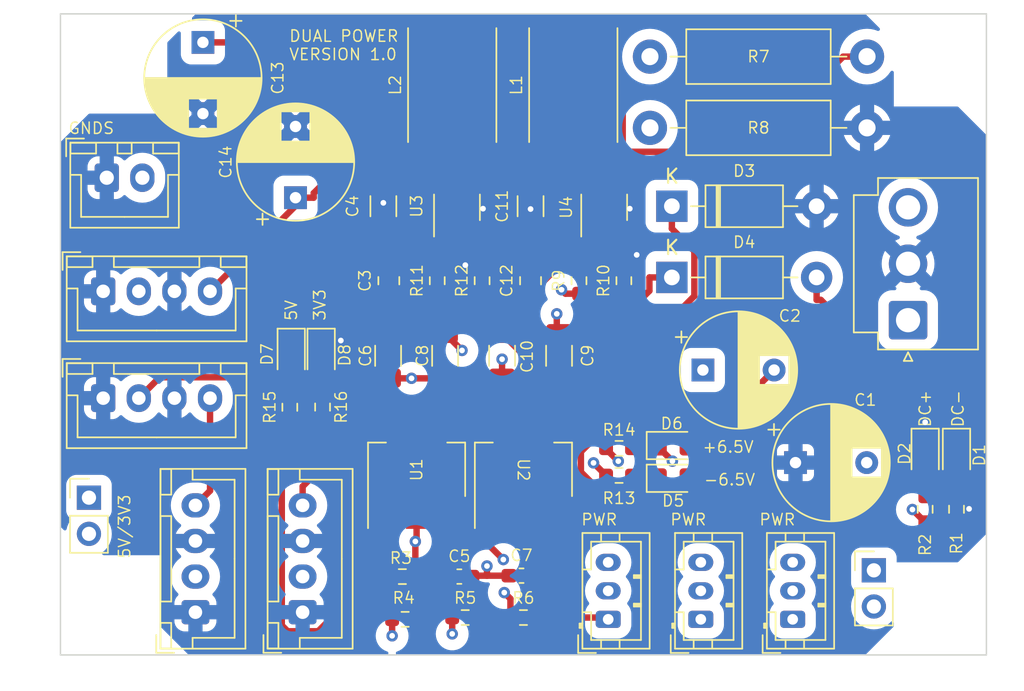
<source format=kicad_pcb>
(kicad_pcb (version 20221018) (generator pcbnew)
  (layers (0 "F.Cu" signal) (1 "In1.Cu" signal) (2 "In2.Cu" signal) (31 "B.Cu" signal) (34 "B.Paste" user) (35 "F.Paste" user) (36 "B.SilkS" user "B.Silkscreen") (37 "F.SilkS" user "F.Silkscreen") (38 "B.Mask" user) (39 "F.Mask" user) (44 "Edge.Cuts" user))
  (net 0 "")
  (net 1 "PGND")
  (net 2 "Net-(D1-A)")
  (net 3 "Net-(D2-A)")
  (net 4 "Net-(U1-ADJ)")
  (net 5 "Net-(U2-ADJ)")
  (net 6 "RECT_POS")
  (net 7 "RECT_NEG")
  (net 8 "DC_NEG")
  (net 9 "DC_POS")
  (net 10 "VP")
  (net 11 "VN")
  (net 12 "Net-(U4-SW)")
  (net 13 "Net-(U4-CB)")
  (net 14 "5V")
  (net 15 "FB")
  (net 16 "Net-(U3-CB)")
  (net 17 "Net-(U3-SW)")
  (net 18 "3V3")
  (net 19 "Net-(D5-A)")
  (net 20 "Net-(D6-A)")
  (net 21 "Net-(D7-A)")
  (net 22 "Net-(D8-A)")
  (net 23 "AGND")
  (footprint "MountingHole:MountingHole_3.2mm_M3" (layer "F.Cu") (at 103.5 119.5)
    (fp_text reference "H4" hide)
    (fp_text value "MountingHole")
  )
  (footprint "Capacitor_THT:CP_Radial_D8.0mm_P5.00mm" (layer "F.Cu") (at 111 79 -90)
    (fp_text reference "C13")
    (fp_text value "680u")
  )
  (footprint "Resistor_SMD:R_0603_1608Metric_Pad0.98x0.95mm_HandSolder" (layer "F.Cu") (at 161.7 111.775 90)
    (fp_text reference "R2")
    (fp_text value "3.3K")
  )
  (footprint "Resistor_SMD:R_0603_1608Metric_Pad0.98x0.95mm_HandSolder" (layer "F.Cu") (at 130.6 95.73 90)
    (fp_text reference "R12")
    (fp_text value "10k")
  )
  (footprint "Connector_JST:JST_PH_B3B-PH-K_1x03_P2.00mm_Vertical" (layer "F.Cu") (at 139.45 119.5 90)
    (fp_text reference "J3" hide)
    (fp_text value "Conn_01x03_Male")
  )
  (footprint "Resistor_SMD:R_0603_1608Metric_Pad0.98x0.95mm_HandSolder" (layer "F.Cu") (at 140.2125 107.5)
    (fp_text reference "R14")
    (fp_text value "1k")
  )
  (footprint "Resistor_SMD:R_0603_1608Metric_Pad0.98x0.95mm_HandSolder" (layer "F.Cu") (at 163.9 111.775 -90)
    (fp_text reference "R1")
    (fp_text value "3.3K")
  )
  (footprint "Capacitor_SMD:C_0805_2012Metric_Pad1.18x1.45mm_HandSolder" (layer "F.Cu") (at 124.05 95.73 90)
    (fp_text reference "C3")
    (fp_text value "0.1u")
  )
  (footprint "Connector_JST:JST_XH_B2B-XH-A_1x02_P2.50mm_Vertical" (layer "F.Cu") (at 104.25 88.5)
    (fp_text reference "J9" hide)
    (fp_text value "Conn_01x02_Pin")
  )
  (footprint "LED_SMD:LED_0805_2012Metric_Pad1.15x1.40mm_HandSolder" (layer "F.Cu") (at 144.0125 107.3)
    (fp_text reference "D6")
    (fp_text value "YELLOW")
  )
  (footprint "Resistor_SMD:R_0603_1608Metric_Pad0.98x0.95mm_HandSolder" (layer "F.Cu") (at 117.1 104.6125 -90)
    (fp_text reference "R15")
    (fp_text value "75R")
  )
  (footprint "MountingHole:MountingHole_3.2mm_M3" (layer "F.Cu") (at 163.5 79.5)
    (fp_text reference "H1" hide)
    (fp_text value "MountingHole")
  )
  (footprint "Capacitor_THT:CP_Radial_D8.0mm_P5.00mm" (layer "F.Cu") (at 117.5 89.9027 90)
    (fp_text reference "C14")
    (fp_text value "680u")
  )
  (footprint "Resistor_THT:R_Axial_DIN0411_L9.9mm_D3.6mm_P15.24mm_Horizontal" (layer "F.Cu") (at 142.38 80)
    (fp_text reference "R7")
    (fp_text value "360R 2W")
  )
  (footprint "Resistor_SMD:R_0603_1608Metric_Pad0.98x0.95mm_HandSolder" (layer "F.Cu") (at 125.195 119.5 180)
    (fp_text reference "R4")
    (fp_text value "510R")
  )
  (footprint "Inductor_SMD:L_Taiyo-Yuden_NR-60xx_HandSoldering" (layer "F.Cu") (at 128.5 82 90)
    (fp_text reference "L2")
    (fp_text value "10uH")
  )
  (footprint "Connector_JST:JST_XH_B4B-XH-A_1x04_P2.50mm_Vertical" (layer "F.Cu") (at 118 119 90)
    (fp_text reference "J7" hide)
    (fp_text value "Conn_01x04_Pin")
  )
  (footprint "Connector_JST:JST_PH_B3B-PH-K_1x03_P2.00mm_Vertical" (layer "F.Cu") (at 145.95 119.5 90)
    (fp_text reference "J4" hide)
    (fp_text value "Conn_01x03_Male")
  )
  (footprint "Capacitor_THT:CP_Radial_D8.0mm_P5.00mm" (layer "F.Cu") (at 146.0973 102)
    (fp_text reference "C2")
    (fp_text value "680u")
  )
  (footprint "Connector_JST:JST_PH_B3B-PH-K_1x03_P2.00mm_Vertical" (layer "F.Cu") (at 152.4 119.5 90)
    (fp_text reference "J5" hide)
    (fp_text value "Conn_01x03_Male")
  )
  (footprint "Capacitor_SMD:C_1206_3216Metric_Pad1.33x1.80mm_HandSolder" (layer "F.Cu") (at 136 101 90)
    (fp_text reference "C9")
    (fp_text value "10u")
  )
  (footprint "MountingHole:MountingHole_3.2mm_M3" (layer "F.Cu") (at 103.5 79.5)
    (fp_text reference "H2" hide)
    (fp_text value "MountingHole")
  )
  (footprint "LED_SMD:LED_0805_2012Metric_Pad1.15x1.40mm_HandSolder" (layer "F.Cu") (at 119.3 100.955 -90)
    (fp_text reference "D8")
    (fp_text value "YELLOW")
  )
  (footprint "Capacitor_SMD:C_1206_3216Metric_Pad1.33x1.80mm_HandSolder" (layer "F.Cu") (at 123.6667 90.5 90)
    (fp_text reference "C4")
    (fp_text value "10U")
  )
  (footprint "Resistor_SMD:R_0603_1608Metric_Pad0.98x0.95mm_HandSolder" (layer "F.Cu") (at 127.45 95.73 90)
    (fp_text reference "R11")
    (fp_text value "23.7")
  )
  (footprint "Diode_THT:D_DO-41_SOD81_P10.16mm_Horizontal" (layer "F.Cu") (at 143.92 95.5)
    (fp_text reference "D4")
    (fp_text value "10V")
  )
  (footprint "Resistor_SMD:R_0603_1608Metric_Pad0.98x0.95mm_HandSolder" (layer "F.Cu") (at 140.2125 109.4)
    (fp_text reference "R13")
    (fp_text value "1.25k")
  )
  (footprint "Resistor_SMD:R_0603_1608Metric_Pad0.98x0.95mm_HandSolder" (layer "F.Cu") (at 133.5 119.375 180)
    (fp_text reference "R6")
    (fp_text value "120R")
  )
  (footprint "Package_TO_SOT_SMD:SOT-223-3_TabPin2" (layer "F.Cu") (at 133.5 109 90)
    (fp_text reference "U2")
    (fp_text value "LM337_SOT223")
  )
  (footprint "Resistor_SMD:R_0603_1608Metric_Pad0.98x0.95mm_HandSolder" (layer "F.Cu") (at 119.4 104.6 -90)
    (fp_text reference "R16")
    (fp_text value "750R")
  )
  (footprint "Inductor_SMD:L_Taiyo-Yuden_NR-60xx_HandSoldering" (layer "F.Cu") (at 137 82 90)
    (fp_text reference "L1")
    (fp_text value "15uH")
  )
  (footprint "Resistor_SMD:R_0603_1608Metric_Pad0.98x0.95mm_HandSolder" (layer "F.Cu") (at 129.4125 119.375 180)
    (fp_text reference "R5")
    (fp_text value "510R")
  )
  (footprint "Capacitor_THT:CP_Radial_D8.0mm_P5.00mm" (layer "F.Cu") (at 152.5973 108.5)
    (fp_text reference "C1")
    (fp_text value "680u")
  )
  (footprint "Connector_PinHeader_2.54mm:PinHeader_1x02_P2.54mm_Vertical" (layer "F.Cu") (at 158.1 116.06)
    (fp_text reference "J11" hide)
    (fp_text value "Conn_01x02_Pin")
  )
  (footprint "Connector_PinHeader_2.54mm:PinHeader_1x02_P2.54mm_Vertical" (layer "F.Cu") (at 103 110.96)
    (fp_text reference "J10" hide)
    (fp_text value "Conn_01x02_Pin")
  )
  (footprint "Resistor_SMD:R_0603_1608Metric_Pad0.98x0.95mm_HandSolder" (layer "F.Cu") (at 137.4 95.73 90)
    (fp_text reference "R9")
    (fp_text value "40.2k")
  )
  (footprint "Connector_JST:JST_XH_B4B-XH-A_1x04_P2.50mm_Vertical" (layer "F.Cu") (at 104 96.475)
    (fp_text reference "J8" hide)
    (fp_text value "Conn_01x04_Pin")
  )
  (footprint "Package_TO_SOT_SMD:SOT-23-6_Handsoldering" (layer "F.Cu") (at 139.1667 90.58 90)
    (fp_text reference "U4")
    (fp_text value "LMR50410XDBVR")
  )
  (footprint "LED_SMD:LED_0805_2012Metric_Pad1.15x1.40mm_HandSolder" (layer "F.Cu") (at 144.0125 109.6)
    (fp_text reference "D5")
    (fp_text value "BLUE")
  )
  (footprint "Capacitor_SMD:C_0603_1608Metric_Pad1.08x0.95mm_HandSolder" (layer "F.Cu") (at 133.3625 116.4375)
    (fp_text reference "C7")
    (fp_text value "0.1U")
  )
  (footprint "LED_SMD:LED_0805_2012Metric_Pad1.15x1.40mm_HandSolder" (layer "F.Cu") (at 117.2 100.955 -90)
    (fp_text reference "D7")
    (fp_text value "BLUE")
  )
  (footprint "Connector_JST:JST_XH_B4B-XH-A_1x04_P2.50mm_Vertical" (layer "F.Cu") (at 104 103.975)
    (fp_text reference "J2" hide)
    (fp_text value "Conn_01x04_Pin")
  )
  (footprint "LED_SMD:LED_0805_2012Metric_Pad1.15x1.40mm_HandSolder" (layer "F.Cu") (at 163.9 107.975 -90)
    (fp_text reference "D1")
    (fp_text value "BLUE")
  )
  (footprint "Resistor_SMD:R_0603_1608Metric_Pad0.98x0.95mm_HandSolder" (layer "F.Cu") (at 125 116.5 180)
    (fp_text reference "R3")
    (fp_text value "120R")
  )
  (footprint "Resistor_THT:R_Axial_DIN0411_L9.9mm_D3.6mm_P15.24mm_Horizontal" (layer "F.Cu") (at 142.38 85)
    (fp_text reference "R8")
    (fp_text value "360R 2W")
  )
  (footprint "Capacitor_SMD:C_1206_3216Metric_Pad1.33x1.80mm_HandSolder" (layer "F.Cu") (at 134 90.5 -90)
    (fp_text reference "C11")
    (fp_text value "10U")
  )
  (footprint "Capacitor_SMD:C_1206_3216Metric_Pad1.33x1.80mm_HandSolder" (layer "F.Cu") (at 124 101 -90)
    (fp_text reference "C6")
    (fp_text value "47U")
  )
  (footprint "Connector_JST:JST_XH_B4B-XH-A_1x04_P2.50mm_Vertical" (layer "F.Cu") (at 110.475 119 90)
    (fp_text reference "J6" hide)
    (fp_text value "Conn_01x04_Pin")
  )
  (footprint "Package_TO_SOT_SMD:SOT-23-6_Handsoldering" (layer "F.Cu") (at 128.8333 90.58 90)
    (fp_text reference "U3")
    (fp_text value "LMR50410XDBVR")
  )
  (footprint "Resistor_SMD:R_0603_1608Metric_Pad0.98x0.95mm_HandSolder" (layer "F.Cu") (at 140.55 95.73 90)
    (fp_text reference "R10")
    (fp_text value "10k")
  )
  (footprint "Diode_THT:D_DO-41_SOD81_P10.16mm_Horizontal" (layer "F.Cu") (at 143.92 90.5)
    (fp_text reference "D3")
    (fp_text value "10V")
  )
  (footprint "Capacitor_SMD:C_0603_1608Metric_Pad1.08x0.95mm_HandSolder" (layer "F.Cu") (at 129 116.5)
    (fp_text reference "C5")
    (fp_text value "0.1U")
  )
  (footprint "Capacitor_SMD:C_0805_2012Metric_Pad1.18x1.45mm_HandSolder" (layer "F.Cu") (at 134 95.73 90)
    (fp_text reference "C12")
    (fp_text value "0.1u")
  )
  (footprint "MountingHole:MountingHole_3.2mm_M3" (layer "F.Cu") (at 163.5 119.5)
    (fp_text reference "H3" hide)
    (fp_text value "MountingHole")
  )
  (footprint "Capacitor_SMD:C_1206_3216Metric_Pad1.33x1.80mm_HandSolder" (layer "F.Cu") (at 132 101 90)
    (fp_text reference "C10")
    (fp_text value "10u")
  )
  (footprint "Package_TO_SOT_SMD:SOT-223-3_TabPin2" (layer "F.Cu") (at 126 109 90)
    (fp_text reference "U1")
    (fp_text value "LM317_SOT-223")
  )
  (footprint "Connector_JST:JST_VH_B3P-VH_1x03_P3.96mm_Vertical" (layer "F.Cu") (at 160.5 98.5 90)
    (fp_text reference "J1" hide)
    (fp_text value "Conn_01x03_Male")
  )
  (footprint "LED_SMD:LED_0805_2012Metric_Pad1.15x1.40mm_HandSolder" (layer "F.Cu") (at 161.7 107.975 -90)
    (fp_text reference "D2")
    (fp_text value "YELLOW")
  )
  (footprint "Capacitor_SMD:C_1206_3216Metric_Pad1.33x1.80mm_HandSolder" (layer "F.Cu") (at 128 101 90)
    (fp_text reference "C8")
    (fp_text value "47U")
  )
  (gr_line (start 166 77) (end 101 77) (stroke (width 0.1)) (layer "Edge.Cuts"))
  (gr_line (start 101 77) (end 101 122) (stroke (width 0.1)) (layer "Edge.Cuts"))
  (gr_line (start 166 77) (end 166 122) (stroke (width 0.1)) (layer "Edge.Cuts"))
  (gr_line (start 101 122) (end 166 122) (stroke (width 0.1)) (layer "Edge.Cuts"))
  (gr_text "3V3" (at 119.2 98.6 90) (layer "F.SilkS") (effects (font (size 0.8 0.8) (thickness 0.1)) (justify left)))
  (gr_text "DUAL POWER\nVERSION 1.0" (at 117 79.2) (layer "F.SilkS") (effects (font (size 0.8 0.8) (thickness 0.1)) (justify left)))
  (gr_text "PWR\n" (at 150 112.5) (layer "F.SilkS") (effects (font (size 0.8 0.8) (thickness 0.1)) (justify left)))
  (gr_text "PWR\n" (at 137.5 112.5) (layer "F.SilkS") (effects (font (size 0.8 0.8) (thickness 0.1)) (justify left)))
  (gr_text "5V/3V3" (at 105.5 115.3 90) (layer "F.SilkS") (effects (font (size 0.8 0.8) (thickness 0.1)) (justify left)))
  (gr_text "PWR\n" (at 143.75 112.5) (layer "F.SilkS") (effects (font (size 0.8 0.8) (thickness 0.1)) (justify left)))
  (gr_text "-6.5V" (at 146.1125 109.7) (layer "F.SilkS") (effects (font (size 0.8 0.8) (thickness 0.1)) (justify left)))
  (gr_text "DC+" (at 161.7 106.075 90) (layer "F.SilkS") (effects (font (size 0.8 0.8) (thickness 0.1)) (justify left)))
  (gr_text "+6.5V" (at 146.0125 107.4) (layer "F.SilkS") (effects (font (size 0.8 0.8) (thickness 0.1)) (justify left)))
  (gr_text "5V" (at 117.2 98.6 90) (layer "F.SilkS") (effects (font (size 0.8 0.8) (thickness 0.1)) (justify left)))
  (gr_text "DC-" (at 164 106.075 90) (layer "F.SilkS") (effects (font (size 0.8 0.8) (thickness 0.1)) (justify left)))
  (gr_text "GNDS" (at 101.5 85.025) (layer "F.SilkS") (effects (font (size 0.8 0.8) (thickness 0.1)) (justify left)))
  (segment (start 164.7821 111.7446) (end 163.9 110.8625) (width 0.45) (layer "F.Cu") (net 1))
  (segment (start 161.7 106.95) (end 161.7 105.6657) (width 0.45) (layer "F.Cu") (net 1))
  (segment (start 134 92.0625) (end 134 90.6988) (width 0.45) (layer "F.Cu") (net 1))
  (segment (start 141.4506 93.9169) (end 140.55 94.8175) (width 0.45) (layer "F.Cu") (net 1))
  (segment (start 139.1667 91.93) (end 139.1667 90.6731) (width 0.45) (layer "F.Cu") (net 1))
  (segment (start 128.8333 91.93) (end 128.8333 90.6731) (width 0.45) (layer "F.Cu") (net 1))
  (segment (start 119.3 99.93) (end 117.2 99.93) (width 0.45) (layer "F.Cu") (net 1))
  (segment (start 130.661 90.6731) (end 128.8333 90.6731) (width 0.45) (layer "F.Cu") (net 1))
  (segment (start 140.9648 90.6731) (end 139.1667 90.6731) (width 0.45) (layer "F.Cu") (net 1))
  (segment (start 130.4186 94.6361) (end 129.4207 94.6361) (width 0.45) (layer "F.Cu") (net 1))
  (segment (start 119.3 99.93) (end 120.6814 99.93) (width 0.45) (layer "F.Cu") (net 1))
  (segment (start 130.6 94.8175) (end 130.4186 94.6361) (width 0.45) (layer "F.Cu") (net 1))
  (segment (start 123.6667 88.9375) (end 123.6667 90.2652) (width 0.45) (layer "F.Cu") (net 1))
  (via (at 129.4207 94.6361) (size 0.8) (drill 0.4) (layers "F.Cu" "B.Cu") (net 1))
  (via (at 130.661 90.6731) (size 0.8) (drill 0.4) (layers "F.Cu" "B.Cu") (net 1))
  (via (at 161.7 105.6657) (size 0.8) (drill 0.4) (layers "F.Cu" "B.Cu") (net 1))
  (via (at 141.4506 93.9169) (size 0.8) (drill 0.4) (layers "F.Cu" "B.Cu") (net 1))
  (via (at 164.7821 111.7446) (size 0.8) (drill 0.4) (layers "F.Cu" "B.Cu") (net 1))
  (via (at 134 90.6988) (size 0.8) (drill 0.4) (layers "F.Cu" "B.Cu") (net 1))
  (via (at 140.9648 90.6731) (size 0.8) (drill 0.4) (layers "F.Cu" "B.Cu") (net 1))
  (via (at 123.6667 90.2652) (size 0.8) (drill 0.4) (layers "F.Cu" "B.Cu") (net 1))
  (via (at 120.6814 99.93) (size 0.8) (drill 0.4) (layers "F.Cu" "B.Cu") (net 1))
  (segment (start 163.9 109) (end 162.9456 109.9544) (width 0.45) (layer "F.Cu") (net 2))
  (segment (start 162.9456 111.7331) (end 163.9 112.6875) (width 0.45) (layer "F.Cu") (net 2))
  (segment (start 162.9456 109.9544) (end 162.9456 111.7331) (width 0.45) (layer "F.Cu") (net 2))
  (segment (start 161.7 109) (end 161.7 110.8625) (width 0.45) (layer "F.Cu") (net 3))
  (segment (start 123.7 116.1125) (end 124.0875 116.5) (width 0.45) (layer "F.Cu") (net 4))
  (segment (start 123.7 112.15) (end 123.7 116.1125) (width 0.45) (layer "F.Cu") (net 4))
  (segment (start 124.0876 116.5) (end 124.0875 116.5) (width 0.45) (layer "F.Cu") (net 4))
  (segment (start 124.0876 117.4801) (end 124.0876 116.5) (width 0.45) (layer "F.Cu") (net 4))
  (segment (start 126.1075 119.5) (end 124.0876 117.4801) (width 0.45) (layer "F.Cu") (net 4))
  (segment (start 132.5875 118.0571) (end 132.5875 119.375) (width 0.45) (layer "F.Cu") (net 5))
  (segment (start 132.5875 119.375) (end 130.325 119.375) (width 0.45) (layer "F.Cu") (net 5))
  (segment (start 131.2 112.15) (end 131.2 114.417) (width 0.45) (layer "F.Cu") (net 5))
  (segment (start 132.1537 117.6233) (end 132.5875 118.0571) (width 0.45) (layer "F.Cu") (net 5))
  (segment (start 131.2 114.417) (end 132.0878 115.3048) (width 0.45) (layer "F.Cu") (net 5))
  (via (at 132.0878 115.3048) (size 0.8) (drill 0.4) (layers "F.Cu" "B.Cu") (net 5))
  (via (at 132.1537 117.6233) (size 0.8) (drill 0.4) (layers "F.Cu" "B.Cu") (net 5))
  (segment (start 145.4969 93.6538) (end 143.92 92.0769) (width 0.45) (layer "F.Cu") (net 6))
  (segment (start 128.1375 113.7894) (end 128.3 113.6269) (width 0.45) (layer "F.Cu") (net 6))
  (segment (start 128.3 112.15) (end 128.3 107.4731) (width 0.45) (layer "F.Cu") (net 6))
  (segment (start 134.3994 104.1631) (end 136 102.5625) (width 0.45) (layer "F.Cu") (net 6))
  (segment (start 143.92 90.5) (end 143.92 92.0769) (width 0.45) (layer "F.Cu") (net 6))
  (segment (start 128.3 107.4731) (end 131.61 104.1631) (width 0.45) (layer "F.Cu") (net 6))
  (segment (start 139.7389 102.5625) (end 145.4969 96.8045) (width 0.45) (layer "F.Cu") (net 6))
  (segment (start 131.61 104.1631) (end 134.3994 104.1631) (width 0.45) (layer "F.Cu") (net 6))
  (segment (start 145.4969 96.8045) (end 145.4969 93.6538) (width 0.45) (layer "F.Cu") (net 6))
  (segment (start 128.1375 116.5) (end 128.1375 113.7894) (width 0.45) (layer "F.Cu") (net 6))
  (segment (start 128.3 112.15) (end 128.3 113.6269) (width 0.45) (layer "F.Cu") (net 6))
  (segment (start 136 102.5625) (end 139.7389 102.5625) (width 0.45) (layer "F.Cu") (net 6))
  (segment (start 134.225 116.4375) (end 134.225 114.3519) (width 0.45) (layer "F.Cu") (net 7))
  (segment (start 151.0973 102) (end 148.9389 104.1584) (width 0.45) (layer "F.Cu") (net 7))
  (segment (start 142.3431 96.4398) (end 142.3431 95.5) (width 0.45) (layer "F.Cu") (net 7))
  (segment (start 133.8607 101.2982) (end 137.4847 101.2982) (width 0.45) (layer "F.Cu") (net 7))
  (segment (start 137.5685 104.1584) (end 135.8769 105.85) (width 0.45) (layer "F.Cu") (net 7))
  (segment (start 143.92 95.5) (end 142.3431 95.5) (width 0.45) (layer "F.Cu") (net 7))
  (segment (start 132 99.4375) (end 133.8607 101.2982) (width 0.45) (layer "F.Cu") (net 7))
  (segment (start 133.5 112.15) (end 133.5 113.6269) (width 0.45) (layer "F.Cu") (net 7))
  (segment (start 132.9058 105.85) (end 132.3116 105.85) (width 0.45) (layer "F.Cu") (net 7))
  (segment (start 137.4847 101.2982) (end 142.3431 96.4398) (width 0.45) (layer "F.Cu") (net 7))
  (segment (start 148.9389 104.1584) (end 137.5685 104.1584) (width 0.45) (layer "F.Cu") (net 7))
  (segment (start 134.225 114.3519) (end 133.5 113.6269) (width 0.45) (layer "F.Cu") (net 7))
  (segment (start 132.3116 105.85) (end 133.5 107.0384) (width 0.45) (layer "F.Cu") (net 7))
  (segment (start 133.5 107.0384) (end 133.5 112.15) (width 0.45) (layer "F.Cu") (net 7))
  (segment (start 132.9058 105.85) (end 133.5 105.85) (width 0.45) (layer "F.Cu") (net 7))
  (segment (start 133.5 105.85) (end 135.8769 105.85) (width 0.45) (layer "F.Cu") (net 7))
  (segment (start 135.8 119.375) (end 139.325 119.375) (width 0.45) (layer "F.Cu") (net 8))
  (segment (start 135.8 119.375) (end 135.8 113.6269) (width 0.45) (layer "F.Cu") (net 8))
  (segment (start 134.4125 119.375) (end 135.8 119.375) (width 0.45) (layer "F.Cu") (net 8))
  (segment (start 140.3452 112.2423) (end 142.9875 109.6) (width 0.45) (layer "F.Cu") (net 8))
  (segment (start 135.8 112.2423) (end 140.3452 112.2423) (width 0.45) (layer "F.Cu") (net 8))
  (segment (start 139.325 119.375) (end 139.45 119.5) (width 0.45) (layer "F.Cu") (net 8))
  (segment (start 135.8 112.15) (end 135.8 112.2423) (width 0.45) (layer "F.Cu") (net 8))
  (segment (start 135.8 112.2423) (end 135.8 113.6269) (width 0.45) (layer "F.Cu") (net 8))
  (segment (start 129.1875 100.625) (end 128 99.4375) (width 0.45) (layer "F.Cu") (net 8))
  (via (at 129.1875 100.625) (size 0.8) (drill 0.4) (layers "F.Cu" "B.Cu") (net 8))
  (segment (start 126 105.85) (end 124.6582 105.85) (width 0.45) (layer "F.Cu") (net 9))
  (segment (start 139.3 107.5374) (end 139.3 107.5) (width 0.45) (layer "F.Cu") (net 9))
  (segment (start 122.6173 100.8202) (end 124 99.4375) (width 0.45) (layer "F.Cu") (net 9))
  (segment (start 122.6173 103.8091) (end 122.6173 100.8202) (width 0.45) (layer "F.Cu") (net 9))
  (segment (start 126 112.15) (end 126 107.1918) (width 0.45) (layer "F.Cu") (net 9))
  (segment (start 126 107.1918) (end 124.6582 105.85) (width 0.45) (layer "F.Cu") (net 9))
  (segment (start 124.6582 105.85) (end 122.6173 103.8091) (width 0.45) (layer "F.Cu") (net 9))
  (segment (start 126 113.9458) (end 126 112.15) (width 0.45) (layer "F.Cu") (net 9))
  (segment (start 125.9125 114.0333) (end 125.9125 116.5) (width 0.45) (layer "F.Cu") (net 9))
  (segment (start 140.1602 108.3976) (end 139.3 107.5374) (width 0.45) (layer "F.Cu") (net 9))
  (segment (start 125.9125 114.0333) (end 126 113.9458) (width 0.45) (layer "F.Cu") (net 9))
  (via (at 140.1602 108.3976) (size 0.8) (drill 0.4) (layers "F.Cu" "B.Cu") (net 9))
  (via (at 125.9125 114.0333) (size 0.8) (drill 0.4) (layers "F.Cu" "B.Cu") (net 9))
  (segment (start 129.7833 89.23) (end 129.7833 88.9157) (width 0.45) (layer "F.Cu") (net 10))
  (segment (start 140.469 83.3754) (end 140.469 86.68) (width 0.45) (layer "F.Cu") (net 10))
  (segment (start 140.1188 83.0252) (end 140.469 83.3754) (width 0.45) (layer "F.Cu") (net 10))
  (segment (start 129.7833 88.9157) (end 129.7833 88.4002) (width 0.45) (layer "F.Cu") (net 10))
  (segment (start 127.3099 87.9731) (end 123.6667 91.6163) (width 0.45) (layer "F.Cu") (net 10))
  (segment (start 128.8333 87.9731) (end 127.3099 87.9731) (width 0.45) (layer "F.Cu") (net 10))
  (segment (start 140.1167 88.3658) (end 139.724 87.9731) (width 0.45) (layer "F.Cu") (net 10))
  (segment (start 128.8333 89.23) (end 128.8333 87.9731) (width 0.45) (layer "F.Cu") (net 10))
  (segment (start 140.1167 89.23) (end 140.1167 88.6015) (width 0.45) (layer "F.Cu") (net 10))
  (segment (start 155.9431 80) (end 149.2631 86.68) (width 0.45) (layer "F.Cu") (net 10))
  (segment (start 149.2631 86.68) (end 140.469 86.68) (width 0.45) (layer "F.Cu") (net 10))
  (segment (start 133.8546 83.0252) (end 140.1188 83.0252) (width 0.45) (layer "F.Cu") (net 10))
  (segment (start 140.469 86.68) (end 140.469 87.6208) (width 0.45) (layer "F.Cu") (net 10))
  (segment (start 140.1167 88.3658) (end 140.1167 87.9731) (width 0.45) (layer "F.Cu") (net 10))
  (segment (start 123.6667 91.6163) (end 123.6667 92.0625) (width 0.45) (layer "F.Cu") (net 10))
  (segment (start 139.724 87.9731) (end 139.1667 87.9731) (width 0.45) (layer "F.Cu") (net 10))
  (segment (start 139.1667 89.23) (end 139.1667 87.9731) (width 0.45) (layer "F.Cu") (net 10))
  (segment (start 129.3562 87.9731) (end 128.8333 87.9731) (width 0.45) (layer "F.Cu") (net 10))
  (segment (start 129.7833 88.9157) (end 133.5094 88.9157) (width 0.45) (layer "F.Cu") (net 10))
  (segment (start 133.5094 88.9157) (end 133.5094 83.3704) (width 0.45) (layer "F.Cu") (net 10))
  (segment (start 157.62 80) (end 155.9431 80) (width 0.45) (layer "F.Cu") (net 10))
  (segment (start 133.5094 83.3704) (end 133.8546 83.0252) (width 0.45) (layer "F.Cu") (net 10))
  (segment (start 140.1167 88.6015) (end 140.1167 88.3658) (width 0.45) (layer "F.Cu") (net 10))
  (segment (start 140.469 87.6208) (end 140.1167 87.9731) (width 0.45) (layer "F.Cu") (net 10))
  (segment (start 129.7833 88.4002) (end 129.3562 87.9731) (width 0.45) (layer "F.Cu") (net 10))
  (segment (start 133.9782 88.9157) (end 134 88.9375) (width 0.45) (layer "F.Cu") (net 10))
  (segment (start 133.5094 88.9157) (end 133.9782 88.9157) (width 0.45) (layer "F.Cu") (net 10))
  (segment (start 161.7 112.6875) (end 160.8041 111.7916) (width 0.45) (layer "F.Cu") (net 10))
  (via (at 160.8041 111.7916) (size 0.8) (drill 0.4) (layers "F.Cu" "B.Cu") (net 10))
  (segment (start 163.8999 106.6011) (end 163.8999 106.95) (width 0.45) (layer "F.Cu") (net 11))
  (segment (start 163.8999 106.95) (end 163.9 106.95) (width 0.45) (layer "F.Cu") (net 11))
  (segment (start 154.08 97.0769) (end 154.3757 97.0769) (width 0.45) (layer "F.Cu") (net 11))
  (segment (start 154.3757 97.0769) (end 163.8999 106.6011) (width 0.45) (layer "F.Cu") (net 11))
  (segment (start 154.08 95.5) (end 154.08 97.0769) (width 0.45) (layer "F.Cu") (net 11))
  (segment (start 137 86.7564) (end 137 84.775) (width 0.45) (layer "F.Cu") (net 12))
  (segment (start 138.2167 87.9731) (end 137 86.7564) (width 0.45) (layer "F.Cu") (net 12))
  (segment (start 135.4774 93.2151) (end 134 94.6925) (width 0.45) (layer "F.Cu") (net 12))
  (segment (start 135.4774 91.655) (end 135.4774 93.2151) (width 0.45) (layer "F.Cu") (net 12))
  (segment (start 138.2167 88.9157) (end 135.4774 91.655) (width 0.45) (layer "F.Cu") (net 12))
  (segment (start 138.2167 88.9157) (end 138.2167 87.9731) (width 0.45) (layer "F.Cu") (net 12))
  (segment (start 138.2167 89.23) (end 138.2167 88.9157) (width 0.45) (layer "F.Cu") (net 12))
  (segment (start 138.2167 93.1869) (end 137.4977 93.1869) (width 0.45) (layer "F.Cu") (net 13))
  (segment (start 138.2167 91.93) (end 138.2167 93.1869) (width 0.45) (layer "F.Cu") (net 13))
  (segment (start 134 96.6846) (end 134 96.7675) (width 0.45) (layer "F.Cu") (net 13))
  (segment (start 137.4977 93.1869) (end 134 96.6846) (width 0.45) (layer "F.Cu") (net 13))
  (segment (start 118 111.5) (end 118 110.1731) (width 0.45) (layer "F.Cu") (net 14))
  (segment (start 137 79.225) (end 137 80.9269) (width 0.45) (layer "F.Cu") (net 14))
  (segment (start 117.5 90.475) (end 111.5 96.475) (width 0.45) (layer "F.Cu") (net 14))
  (segment (start 127.4335 80.9269) (end 118.7769 89.5835) (width 0.45) (layer "F.Cu") (net 14))
  (segment (start 137.4 96.6425) (end 136.4528 96.6425) (width 0.45) (layer "F.Cu") (net 14))
  (segment (start 136.4528 96.6425) (end 136.1725 96.3622) (width 0.45) (layer "F.Cu") (net 14))
  (segment (start 118 110.1731) (end 120.3528 107.8203) (width 0.45) (layer "F.Cu") (net 14))
  (segment (start 117.5 89.9027) (end 117.5 90.475) (width 0.45) (layer "F.Cu") (net 14))
  (segment (start 120.3528 104.6403) (end 119.4 103.6875) (width 0.45) (layer "F.Cu") (net 14))
  (segment (start 111.5 110.475) (end 110.475 111.5) (width 0.45) (layer "F.Cu") (net 14))
  (segment (start 120.3528 107.8203) (end 120.3528 104.6403) (width 0.45) (layer "F.Cu") (net 14))
  (segment (start 137 80.9269) (end 127.4335 80.9269) (width 0.45) (layer "F.Cu") (net 14))
  (segment (start 111.5 103.975) (end 111.5 110.475) (width 0.45) (layer "F.Cu") (net 14))
  (segment (start 117.5 89.9027) (end 118.7769 89.9027) (width 0.45) (layer "F.Cu") (net 14))
  (segment (start 118.7769 89.5835) (end 118.7769 89.9027) (width 0.45) (layer "F.Cu") (net 14))
  (via (at 136.1725 96.3622) (size 0.8) (drill 0.4) (layers "F.Cu" "B.Cu") (net 14))
  (segment (start 131.3453 96.6425) (end 133.4992 98.7964) (width 0.45) (layer "F.Cu") (net 15))
  (segment (start 138.725 94.5786) (end 140.1167 93.1869) (width 0.45) (layer "F.Cu") (net 15))
  (segment (start 128.1435 94.651) (end 130.1349 96.6425) (width 0.45) (layer "F.Cu") (net 15))
  (segment (start 140.1167 91.93) (end 140.1167 93.1869) (width 0.45) (layer "F.Cu") (net 15))
  (segment (start 138.725 94.8175) (end 138.725 94.5786) (width 0.45) (layer "F.Cu") (net 15))
  (segment (start 130.1349 96.6425) (end 130.6 96.6425) (width 0.45) (layer "F.Cu") (net 15))
  (segment (start 140.55 96.6425) (end 138.725 94.8175) (width 0.45) (layer "F.Cu") (net 15))
  (segment (start 133.4992 99.1017) (end 134.9845 100.587) (width 0.45) (layer "F.Cu") (net 15))
  (segment (start 127.45 94.8175) (end 127.6165 94.651) (width 0.45) (layer "F.Cu") (net 15))
  (segment (start 130.6 96.6425) (end 131.3453 96.6425) (width 0.45) (layer "F.Cu") (net 15))
  (segment (start 129.6076 93.1869) (end 128.1435 94.651) (width 0.45) (layer "F.Cu") (net 15))
  (segment (start 140.55 96.9799) (end 140.55 96.6425) (width 0.45) (layer "F.Cu") (net 15))
  (segment (start 136.9429 100.587) (end 140.55 96.9799) (width 0.45) (layer "F.Cu") (net 15))
  (segment (start 133.4992 98.7964) (end 133.4992 99.1017) (width 0.45) (layer "F.Cu") (net 15))
  (segment (start 128.1434 94.651) (end 128.1435 94.651) (width 0.45) (layer "F.Cu") (net 15))
  (segment (start 129.7833 91.93) (end 129.7833 93.1869) (width 0.45) (layer "F.Cu") (net 15))
  (segment (start 138.725 94.8175) (end 137.4 94.8175) (width 0.45) (layer "F.Cu") (net 15))
  (segment (start 134.9845 100.587) (end 136.9429 100.587) (width 0.45) (layer "F.Cu") (net 15))
  (segment (start 129.7833 93.1869) (end 129.6076 93.1869) (width 0.45) (layer "F.Cu") (net 15))
  (segment (start 127.6165 94.651) (end 128.1434 94.651) (width 0.45) (layer "F.Cu") (net 15))
  (segment (start 127.4933 93.1869) (end 127.8833 93.1869) (width 0.45) (layer "F.Cu") (net 16))
  (segment (start 124.05 96.6302) (end 127.4933 93.1869) (width 0.45) (layer "F.Cu") (net 16))
  (segment (start 127.8833 91.93) (end 127.8833 93.1869) (width 0.45) (layer "F.Cu") (net 16))
  (segment (start 124.05 96.7675) (end 124.05 96.6302) (width 0.45) (layer "F.Cu") (net 16))
  (segment (start 124.05 93.9192) (end 123.3849 93.9192) (width 0.45) (layer "F.Cu") (net 17))
  (segment (start 127.8833 89.23) (end 127.8833 90.4869) (width 0.45) (layer "F.Cu") (net 17))
  (segment (start 123.3849 93.9192) (end 122.253 92.7873) (width 0.45) (layer "F.Cu") (net 17))
  (segment (start 127.4823 90.4869) (end 124.05 93.9192) (width 0.45) (layer "F.Cu") (net 17))
  (segment (start 124.05 93.9192) (end 124.05 94.6925) (width 0.45) (layer "F.Cu") (net 17))
  (segment (start 122.253 92.7873) (end 122.253 87.5951) (width 0.45) (layer "F.Cu") (net 17))
  (segment (start 128.5 84.775) (end 125.0731 84.775) (width 0.45) (layer "F.Cu") (net 17))
  (segment (start 122.253 87.5951) (end 125.0731 84.775) (width 0.45) (layer "F.Cu") (net 17))
  (segment (start 127.8833 90.4869) (end 127.4823 90.4869) (width 0.45) (layer "F.Cu") (net 17))
  (segment (start 115.9087 102.5087) (end 117.1 103.7) (width 0.45) (layer "F.Cu") (net 18))
  (segment (start 124.8481 79) (end 111 79) (width 0.45) (layer "F.Cu") (net 18))
  (segment (start 117.2741 98.0128) (end 126.0797 98.0128) (width 0.45) (layer "F.Cu") (net 18))
  (segment (start 115.9087 102.5087) (end 115.9087 99.3782) (width 0.45) (layer "F.Cu") (net 18))
  (segment (start 125.0731 79.225) (end 124.8481 79) (width 0.45) (layer "F.Cu") (net 18))
  (segment (start 128.5 79.225) (end 125.0731 79.225) (width 0.45) (layer "F.Cu") (net 18))
  (segment (start 126.0797 98.0128) (end 127.45 96.6425) (width 0.45) (layer "F.Cu") (net 18))
  (segment (start 107.9663 102.5087) (end 115.9087 102.5087) (width 0.45) (layer "F.Cu") (net 18))
  (segment (start 106.5 103.975) (end 107.9663 102.5087) (width 0.45) (layer "F.Cu") (net 18))
  (segment (start 115.9087 99.3782) (end 117.2741 98.0128) (width 0.45) (layer "F.Cu") (net 18))
  (segment (start 144.9331 105.387) (end 139.8837 105.387) (width 0.45) (layer "F.Cu") (net 19))
  (segment (start 145.0375 109.6) (end 146.1167 108.5208) (width 0.45) (layer "F.Cu") (net 19))
  (segment (start 137.5339 107.7368) (end 137.5339 109.1623) (width 0.45) (layer "F.Cu") (net 19))
  (segment (start 137.5339 109.1623) (end 138.7766 110.405) (width 0.45) (layer "F.Cu") (net 19))
  (segment (start 138.7766 110.405) (end 140.12 110.405) (width 0.45) (layer "F.Cu") (net 19))
  (segment (start 140.12 110.405) (end 141.125 109.4) (width 0.45) (layer "F.Cu") (net 19))
  (segment (start 139.8837 105.387) (end 137.5339 107.7368) (width 0.45) (layer "F.Cu") (net 19))
  (segment (start 146.1167 108.5208) (end 146.1167 106.5706) (width 0.45) (layer "F.Cu") (net 19))
  (segment (start 146.1167 106.5706) (end 144.9331 105.387) (width 0.45) (layer "F.Cu") (net 19))
  (segment (start 143.8458 106.1083) (end 145.0375 107.3) (width 0.45) (layer "F.Cu") (net 20))
  (segment (start 141.125 107.5) (end 141.125 107.351) (width 0.45) (layer "F.Cu") (net 20))
  (segment (start 141.125 107.351) (end 142.3677 106.1083) (width 0.45) (layer "F.Cu") (net 20))
  (segment (start 142.3677 106.1083) (end 143.8458 106.1083) (width 0.45) (layer "F.Cu") (net 20))
  (segment (start 118.0544 102.8344) (end 118.0544 104.5706) (width 0.45) (layer "F.Cu") (net 21))
  (segment (start 117.2 101.98) (end 118.0544 102.8344) (width 0.45) (layer "F.Cu") (net 21))
  (segment (start 118.0544 104.5706) (end 117.1 105.525) (width 0.45) (layer "F.Cu") (net 21))
  (segment (start 119.0892 120.3383) (end 116.9499 120.3383) (width 0.45) (layer "F.Cu") (net 22))
  (segment (start 116.9499 120.3383) (end 116.5372 119.9256) (width 0.45) (layer "F.Cu") (net 22))
  (segment (start 121.0547 103.7347) (end 121.0547 118.3728) (width 0.45) (layer "F.Cu") (net 22))
  (segment (start 119.3 101.98) (end 121.0547 103.7347) (width 0.45) (layer "F.Cu") (net 22))
  (segment (start 116.5372 108.3753) (end 119.4 105.5125) (width 0.45) (layer "F.Cu") (net 22))
  (segment (start 116.5372 119.9256) (end 116.5372 108.3753) (width 0.45) (layer "F.Cu") (net 22))
  (segment (start 121.0547 118.3728) (end 119.0892 120.3383) (width 0.45) (layer "F.Cu") (net 22))
  (segment (start 130.9393 115.758) (end 130.9393 116.4375) (width 0.45) (layer "F.Cu") (net 23))
  (segment (start 135.8409 98.0559) (end 135.8409 99.2784) (width 0.45) (layer "F.Cu") (net 23))
  (segment (start 138.4191 108.5191) (end 139.3 109.4) (width 0.45) (layer "F.Cu") (net 23))
  (segment (start 130.9393 116.4375) (end 129.925 116.4375) (width 0.45) (layer "F.Cu") (net 23))
  (segment (start 142.9875 107.425) (end 142.9875 107.3) (width 0.45) (layer "F.Cu") (net 23))
  (segment (start 129.925 116.4375) (end 129.8625 116.5) (width 0.45) (layer "F.Cu") (net 23))
  (segment (start 135.8409 99.2784) (end 136 99.4375) (width 0.45) (layer "F.Cu") (net 23))
  (segment (start 124.2825 120.657) (end 124.2825 119.5) (width 0.45) (layer "F.Cu") (net 23))
  (segment (start 125.6434 102.5827) (end 127.9798 102.5827) (width 0.45) (layer "F.Cu") (net 23))
  (segment (start 132.5 116.4375) (end 130.9393 116.4375) (width 0.45) (layer "F.Cu") (net 23))
  (segment (start 132 102.5625) (end 132 101.2399) (width 0.45) (layer "F.Cu") (net 23))
  (segment (start 124 102.5625) (end 124.0202 102.5827) (width 0.45) (layer "F.Cu") (net 23))
  (segment (start 127.9798 102.5827) (end 128 102.5625) (width 0.45) (layer "F.Cu") (net 23))
  (segment (start 143.9573 108.3948) (end 142.9875 107.425) (width 0.45) (layer "F.Cu") (net 23))
  (segment (start 124.0202 102.5827) (end 125.6434 102.5827) (width 0.45) (layer "F.Cu") (net 23))
  (segment (start 128.5 120.5232) (end 128.5 119.375) (width 0.45) (layer "F.Cu") (net 23))
  (via (at 125.6434 102.5827) (size 0.8) (drill 0.4) (layers "F.Cu" "B.Cu") (net 23))
  (via (at 135.8409 98.0559) (size 0.8) (drill 0.4) (layers "F.Cu" "B.Cu") (net 23))
  (via (at 124.2825 120.657) (size 0.8) (drill 0.4) (layers "F.Cu" "B.Cu") (net 23))
  (via (at 132 101.2399) (size 0.8) (drill 0.4) (layers "F.Cu" "B.Cu") (net 23))
  (via (at 143.9573 108.3948) (size 0.8) (drill 0.4) (layers "F.Cu" "B.Cu") (net 23))
  (via (at 128.5 120.5232) (size 0.8) (drill 0.4) (layers "F.Cu" "B.Cu") (net 23))
  (via (at 138.4191 108.5191) (size 0.8) (drill 0.4) (layers "F.Cu" "B.Cu") (net 23))
  (via (at 130.9393 115.758) (size 0.8) (drill 0.4) (layers "F.Cu" "B.Cu") (net 23))
  (zone (net 1) (net_name "PGND") (layer "B.Cu") (connect_pads (clearance 0.75)) (min_thickness 0.25) (fill yes (thermal_gap 0.5) (thermal_bridge_width 1) (smoothing chamfer) (radius 2))
    (polygon (pts (xy 108.5 84) (xy 100 84) (xy 100 115) (xy 108 115) (xy 108 122.5) (xy 159.5 122.5) (xy 159.5 115.5) (xy 166.5 115.5) (xy 166.5 83.5) (xy 159.5 83.5) (xy 159.5 76.5) (xy 109 76.5) (xy 108.5 77)))
  )
)
</source>
